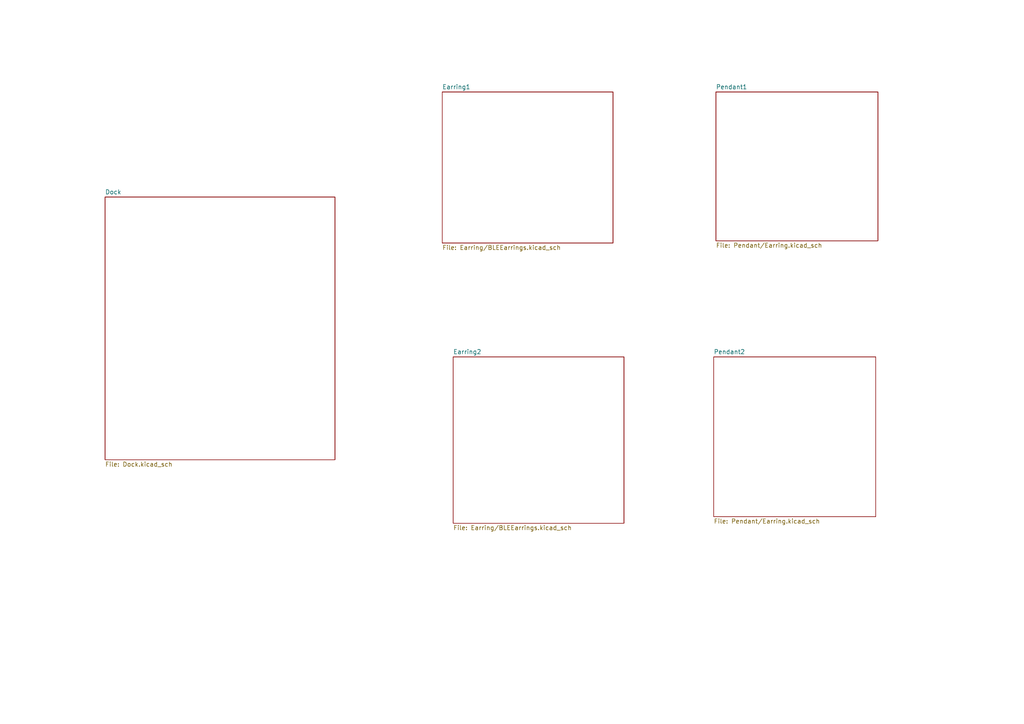
<source format=kicad_sch>
(kicad_sch (version 20230121) (generator eeschema)
  (paper "A4")
  (lib_symbols)
  (sheet (at 128.27 26.67) (size 49.53 43.815) (stroke (width 0.1524))
    (property "Sheetname" "Earring1" (at 128.27 25.9584 0) (effects (justify left bottom)))
    (property "Sheetfile" "Earring/BLEEarrings.kicad_sch" (at 128.27 71.0696 0) (effects (justify left top)))
  )
  (sheet (at 207.01 103.505) (size 46.99 46.355) (stroke (width 0.1524))
    (property "Sheetname" "Pendant2" (at 207.01 102.7934 0) (effects (justify left bottom)))
    (property "Sheetfile" "Pendant/Earring.kicad_sch" (at 207.01 150.4446 0) (effects (justify left top)))
  )
  (sheet (at 30.48 57.15) (size 66.675 76.2) (stroke (width 0.1524))
    (property "Sheetname" "Dock" (at 30.48 56.4384 0) (effects (justify left bottom)))
    (property "Sheetfile" "Dock.kicad_sch" (at 30.48 133.9346 0) (effects (justify left top)))
  )
  (sheet (at 207.645 26.67) (size 46.99 43.18) (stroke (width 0.1524))
    (property "Sheetname" "Pendant1" (at 207.645 25.9584 0) (effects (justify left bottom)))
    (property "Sheetfile" "Pendant/Earring.kicad_sch" (at 207.645 70.4346 0) (effects (justify left top)))
  )
  (sheet (at 131.445 103.505) (size 49.53 48.26) (stroke (width 0.1524))
    (property "Sheetname" "Earring2" (at 131.445 102.7934 0) (effects (justify left bottom)))
    (property "Sheetfile" "Earring/BLEEarrings.kicad_sch" (at 131.445 152.3496 0) (effects (justify left top)))
  )
)
</source>
